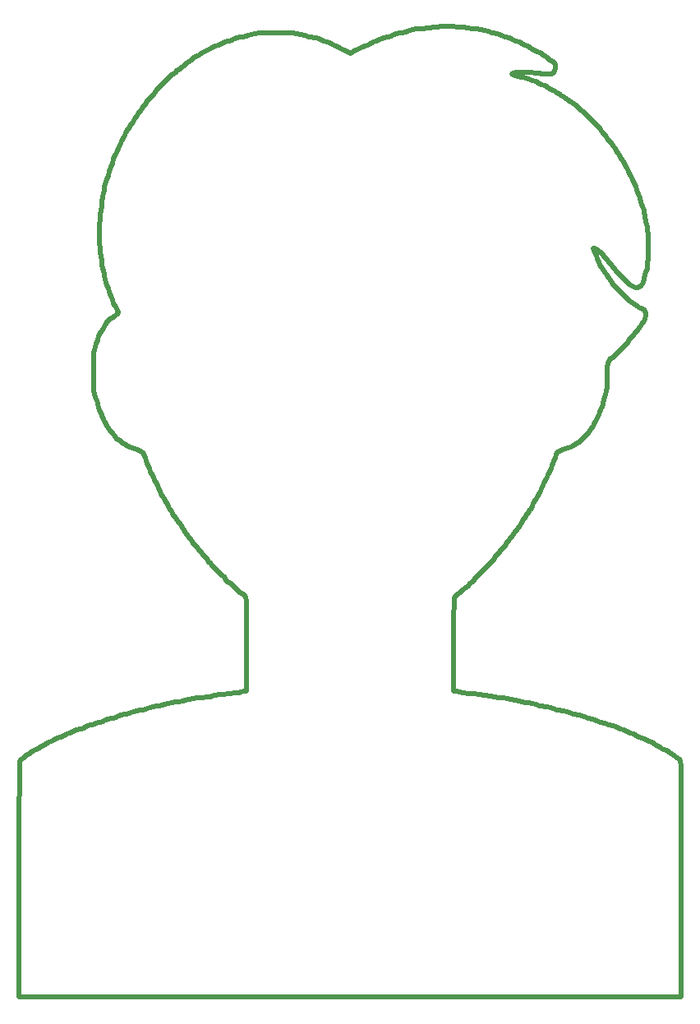
<source format=gbr>
G04 #@! TF.GenerationSoftware,KiCad,Pcbnew,5.1.5-52549c5~84~ubuntu19.10.1*
G04 #@! TF.CreationDate,2020-04-11T07:44:34-07:00*
G04 #@! TF.ProjectId,mask2,6d61736b-322e-46b6-9963-61645f706362,rev?*
G04 #@! TF.SameCoordinates,PX311d3e0PYf3965b70*
G04 #@! TF.FileFunction,Profile,NP*
%FSLAX46Y46*%
G04 Gerber Fmt 4.6, Leading zero omitted, Abs format (unit mm)*
G04 Created by KiCad (PCBNEW 5.1.5-52549c5~84~ubuntu19.10.1) date 2020-04-11 07:44:34*
%MOMM*%
%LPD*%
G04 APERTURE LIST*
%ADD10C,0.500000*%
G04 APERTURE END LIST*
D10*
X2069805Y-101763390D02*
X2069805Y-89613860D01*
X36190476Y-101763390D02*
X2069805Y-101763390D01*
X70310840Y-101763390D02*
X36190476Y-101763390D01*
X70310840Y-89613720D02*
X70310840Y-101763390D01*
X46858130Y-70267660D02*
X47154463Y-70267660D01*
X46858130Y-65441660D02*
X46858130Y-70267660D01*
X70231840Y-77464050D02*
X70256970Y-77939389D01*
X70256970Y-77939389D02*
X70266775Y-78441859D01*
X70266775Y-78441859D02*
X70273632Y-78936759D01*
X70273632Y-78936759D02*
X70279210Y-79447841D01*
X70279210Y-79447841D02*
X70283763Y-79954593D01*
X70283763Y-79954593D02*
X70287726Y-80475912D01*
X70287726Y-80475912D02*
X70291023Y-80980311D01*
X70291023Y-80980311D02*
X70293941Y-81493063D01*
X70293941Y-81493063D02*
X70296431Y-81992590D01*
X70296431Y-81992590D02*
X70298661Y-82499510D01*
X70298661Y-82499510D02*
X70300617Y-83004916D01*
X70300617Y-83004916D02*
X70302336Y-83507262D01*
X70302336Y-83507262D02*
X70303924Y-84037153D01*
X70303924Y-84037153D02*
X70305272Y-84551525D01*
X70305272Y-84551525D02*
X70306419Y-85055687D01*
X70306419Y-85055687D02*
X70307405Y-85556239D01*
X70307405Y-85556239D02*
X70308258Y-86063301D01*
X70308258Y-86063301D02*
X70308974Y-86568829D01*
X70308974Y-86568829D02*
X70309581Y-87088952D01*
X70309581Y-87088952D02*
X70310075Y-87631254D01*
X70310075Y-87631254D02*
X70310440Y-88172882D01*
X70310440Y-88172882D02*
X70310684Y-88710115D01*
X70310684Y-88710115D02*
X70310810Y-89233784D01*
X70310810Y-89233784D02*
X70310840Y-89613720D01*
X70100500Y-77299050D02*
X70231840Y-77464050D01*
X69861970Y-77075270D02*
X70100500Y-77299050D01*
X69548800Y-76871390D02*
X69850414Y-77071432D01*
X69850414Y-77071432D02*
X69861970Y-77075270D01*
X69231300Y-76666120D02*
X69538056Y-76859620D01*
X69538056Y-76859620D02*
X69548800Y-76871390D01*
X69040800Y-76527010D02*
X69231300Y-76666120D01*
X68913800Y-76448011D02*
X69040800Y-76527010D01*
X68786800Y-76373910D02*
X68913800Y-76448011D01*
X68521420Y-76246750D02*
X68786800Y-76373910D01*
X68114240Y-76030170D02*
X68424962Y-76219718D01*
X68424962Y-76219718D02*
X68521420Y-76246750D01*
X67744610Y-75809481D02*
X68068980Y-75985233D01*
X68068980Y-75985233D02*
X68114240Y-76030170D01*
X67516800Y-75676810D02*
X67744610Y-75809481D01*
X67389800Y-75601311D02*
X67516800Y-75676810D01*
X67262800Y-75526110D02*
X67389800Y-75601311D01*
X66966460Y-75395271D02*
X67262800Y-75526110D01*
X66670130Y-75258850D02*
X66966460Y-75395271D01*
X66458460Y-75178051D02*
X66670130Y-75258850D01*
X66246800Y-75097250D02*
X66458460Y-75178051D01*
X65950460Y-74960830D02*
X66246800Y-75097250D01*
X65654130Y-74829991D02*
X65950460Y-74960830D01*
X65527130Y-74754791D02*
X65654130Y-74829991D01*
X65400130Y-74671090D02*
X65527130Y-74754791D01*
X65061460Y-74533270D02*
X65400130Y-74671090D01*
X64722800Y-74405270D02*
X65061460Y-74533270D01*
X64553460Y-74331470D02*
X64722800Y-74405270D01*
X64384130Y-74257670D02*
X64553460Y-74331470D01*
X64045460Y-74129670D02*
X64384130Y-74257670D01*
X63706800Y-73991850D02*
X64045460Y-74129670D01*
X63495130Y-73908150D02*
X63706800Y-73991850D01*
X63283460Y-73831450D02*
X63495130Y-73908150D01*
X62860130Y-73696500D02*
X63256074Y-73800584D01*
X63256074Y-73800584D02*
X63283460Y-73831450D01*
X62436800Y-73569500D02*
X62816339Y-73690115D01*
X62816339Y-73690115D02*
X62860130Y-73696500D01*
X62013460Y-73442500D02*
X62412649Y-73543347D01*
X62412649Y-73543347D02*
X62436800Y-73569500D01*
X61590130Y-73307560D02*
X61963036Y-73435024D01*
X61963036Y-73435024D02*
X62013460Y-73442500D01*
X61378460Y-73230860D02*
X61590130Y-73307560D01*
X61166790Y-73154160D02*
X61378460Y-73230860D01*
X60743460Y-73019210D02*
X61139404Y-73123294D01*
X61139404Y-73123294D02*
X61166790Y-73154160D01*
X60320130Y-72884270D02*
X60693036Y-73011734D01*
X60693036Y-73011734D02*
X60743460Y-73019210D01*
X60066130Y-72807570D02*
X60320130Y-72884270D01*
X59812130Y-72727070D02*
X60066130Y-72807570D01*
X59304130Y-72589140D02*
X59722253Y-72671358D01*
X59722253Y-72671358D02*
X59812130Y-72727070D01*
X58796130Y-72457930D02*
X59181360Y-72573059D01*
X59181360Y-72573059D02*
X59304130Y-72589140D01*
X58499790Y-72384230D02*
X58796130Y-72457930D01*
X58203460Y-72306330D02*
X58499790Y-72384230D01*
X57653130Y-72169470D02*
X58078957Y-72243772D01*
X58078957Y-72243772D02*
X58203460Y-72306330D01*
X57102790Y-72035730D02*
X57491553Y-72148859D01*
X57491553Y-72148859D02*
X57653130Y-72169470D01*
X56806460Y-71960930D02*
X57102790Y-72035730D01*
X56510130Y-71881430D02*
X56806460Y-71960930D01*
X55917460Y-71743490D02*
X56350257Y-71811476D01*
X56350257Y-71811476D02*
X56510130Y-71881430D01*
X55324790Y-71611360D02*
X55717197Y-71719398D01*
X55717197Y-71719398D02*
X55917460Y-71743490D01*
X54943790Y-71537660D02*
X55324790Y-71611360D01*
X54562790Y-71461760D02*
X54943790Y-71537660D01*
X53885460Y-71325950D02*
X54329626Y-71383990D01*
X54329626Y-71383990D02*
X54562790Y-71461760D01*
X53208130Y-71190140D02*
X53605502Y-71294344D01*
X53605502Y-71294344D02*
X53885460Y-71325950D01*
X52784790Y-71114240D02*
X53208130Y-71190140D01*
X52361460Y-71038740D02*
X52784790Y-71114240D01*
X51514790Y-70902600D02*
X51972424Y-70947413D01*
X51972424Y-70947413D02*
X52361460Y-71038740D01*
X50668130Y-70766470D02*
X51077714Y-70860418D01*
X51077714Y-70860418D02*
X51514790Y-70902600D01*
X50117790Y-70690970D02*
X50584228Y-70726541D01*
X50584228Y-70726541D02*
X50668130Y-70766470D01*
X49567460Y-70614870D02*
X49993479Y-70689005D01*
X49993479Y-70689005D02*
X50117790Y-70690970D01*
X48509130Y-70477680D02*
X48976987Y-70512573D01*
X48976987Y-70512573D02*
X49421886Y-70568058D01*
X49421886Y-70568058D02*
X49567460Y-70614870D01*
X47450796Y-70342160D02*
X47869325Y-70425542D01*
X47869325Y-70425542D02*
X48332175Y-70466430D01*
X48332175Y-70466430D02*
X48509130Y-70477680D01*
X47154463Y-70267660D02*
X47450796Y-70342160D01*
X25522473Y-70267510D02*
X25522473Y-65441510D01*
X25226140Y-70267510D02*
X25522473Y-70267510D01*
X46937090Y-60615660D02*
X46899785Y-61079448D01*
X46899785Y-61079448D02*
X46886427Y-61568014D01*
X46886427Y-61568014D02*
X46877515Y-62066507D01*
X46877515Y-62066507D02*
X46871108Y-62568599D01*
X46871108Y-62568599D02*
X46866398Y-63073267D01*
X46866398Y-63073267D02*
X46863020Y-63570684D01*
X46863020Y-63570684D02*
X46860599Y-64079885D01*
X46860599Y-64079885D02*
X46859056Y-64590162D01*
X46859056Y-64590162D02*
X46858278Y-65089720D01*
X46858278Y-65089720D02*
X46858130Y-65441660D01*
X47069795Y-60446330D02*
X46937090Y-60615660D01*
X47257506Y-60277000D02*
X47069795Y-60446330D01*
X47787408Y-59864040D02*
X47529585Y-60106221D01*
X47529585Y-60106221D02*
X47257506Y-60277000D01*
X48367404Y-59392670D02*
X48069577Y-59598067D01*
X48069577Y-59598067D02*
X47809233Y-59841474D01*
X47809233Y-59841474D02*
X47787408Y-59864040D01*
X48551460Y-59172240D02*
X48367404Y-59392670D01*
X48763130Y-58957100D02*
X48551460Y-59172240D01*
X48974790Y-58789070D02*
X48763130Y-58957100D01*
X49564610Y-58160330D02*
X49271200Y-58373144D01*
X49271200Y-58373144D02*
X49041289Y-58645125D01*
X49041289Y-58645125D02*
X48974790Y-58789070D01*
X49652110Y-58069930D02*
X49564610Y-58160330D01*
X49969610Y-57690580D02*
X49724538Y-57946718D01*
X49724538Y-57946718D02*
X49652110Y-58069930D01*
X50371770Y-57313040D02*
X50113355Y-57558625D01*
X50113355Y-57558625D02*
X49969610Y-57690580D01*
X50816270Y-56855060D02*
X50564355Y-57114094D01*
X50564355Y-57114094D02*
X50371770Y-57313040D01*
X51176110Y-56354980D02*
X50984067Y-56667600D01*
X50984067Y-56667600D02*
X50816270Y-56855060D01*
X51341110Y-56171990D02*
X51176110Y-56354980D01*
X51558480Y-55954620D02*
X51341110Y-56171990D01*
X51689810Y-55789610D02*
X51558480Y-55954620D01*
X51768810Y-55693810D02*
X51689810Y-55789610D01*
X52065150Y-55318490D02*
X51827610Y-55581224D01*
X51827610Y-55581224D02*
X51768810Y-55693810D01*
X52361480Y-54952510D02*
X52143394Y-55241618D01*
X52143394Y-55241618D02*
X52065150Y-55318490D01*
X52563000Y-54664490D02*
X52361480Y-54952510D01*
X52821330Y-54283970D02*
X52628371Y-54593057D01*
X52628371Y-54593057D02*
X52563000Y-54664490D01*
X53043140Y-54052600D02*
X52821330Y-54283970D01*
X53208150Y-53848460D02*
X53043140Y-54052600D01*
X53414720Y-53541570D02*
X53208778Y-53836118D01*
X53208778Y-53836118D02*
X53208150Y-53848460D01*
X53670330Y-53191040D02*
X53471985Y-53492721D01*
X53471985Y-53492721D02*
X53414720Y-53541570D01*
X53802430Y-52995640D02*
X53670330Y-53191040D01*
X53885530Y-52868640D02*
X53802430Y-52995640D01*
X53970230Y-52741640D02*
X53885530Y-52868640D01*
X54054930Y-52569650D02*
X53970230Y-52741640D01*
X54181930Y-52348930D02*
X54054930Y-52569650D01*
X54308930Y-52182250D02*
X54181930Y-52348930D01*
X54387930Y-52064310D02*
X54308930Y-52182250D01*
X54527040Y-51873810D02*
X54387930Y-52064310D01*
X54744250Y-51546520D02*
X54538639Y-51841678D01*
X54538639Y-51841678D02*
X54527040Y-51873810D01*
X54954390Y-51144350D02*
X54797538Y-51488435D01*
X54797538Y-51488435D02*
X54744250Y-51546520D01*
X55081550Y-50878980D02*
X54954390Y-51144350D01*
X55155650Y-50751980D02*
X55081550Y-50878980D01*
X55238750Y-50624980D02*
X55155650Y-50751980D01*
X55374930Y-50413310D02*
X55238750Y-50624980D01*
X55503550Y-50201640D02*
X55374930Y-50413310D01*
X55579050Y-50074640D02*
X55503550Y-50201640D01*
X55654350Y-49947640D02*
X55579050Y-50074640D01*
X55785180Y-49651310D02*
X55654350Y-49947640D01*
X55917770Y-49354980D02*
X55785180Y-49651310D01*
X56050360Y-49058640D02*
X55917770Y-49354980D01*
X56181190Y-48762310D02*
X56050360Y-49058640D01*
X56256390Y-48635310D02*
X56181190Y-48762310D01*
X56337190Y-48508310D02*
X56256390Y-48635310D01*
X56473610Y-48211980D02*
X56337190Y-48508310D01*
X56604450Y-47915640D02*
X56473610Y-48211980D01*
X56679650Y-47788640D02*
X56604450Y-47915640D01*
X56753450Y-47661640D02*
X56679650Y-47788640D01*
X56881450Y-47322980D02*
X56753450Y-47661640D01*
X57019270Y-46984310D02*
X56881450Y-47322980D01*
X57102970Y-46772640D02*
X57019270Y-46984310D01*
X57186670Y-46560980D02*
X57102970Y-46772640D01*
X57324490Y-46222310D02*
X57186670Y-46560980D01*
X57452490Y-45883640D02*
X57324490Y-46222310D01*
X57526390Y-45723370D02*
X57452490Y-45883640D01*
X57956650Y-45460310D02*
X57576929Y-45580643D01*
X57576929Y-45580643D02*
X57526390Y-45723370D01*
X58119050Y-45375610D02*
X57956650Y-45460310D01*
X58373050Y-45290910D02*
X58119050Y-45375610D01*
X58627050Y-45215610D02*
X58373050Y-45290910D01*
X58923390Y-45084780D02*
X58627050Y-45215610D01*
X59219720Y-44948350D02*
X58923390Y-45084780D01*
X59346720Y-44867550D02*
X59219720Y-44948350D01*
X59473720Y-44788550D02*
X59346720Y-44867550D01*
X59657320Y-44651320D02*
X59473720Y-44788550D01*
X60695490Y-43616110D02*
X60493728Y-43916213D01*
X60493728Y-43916213D02*
X60253629Y-44176732D01*
X60253629Y-44176732D02*
X59993211Y-44420383D01*
X59993211Y-44420383D02*
X59703998Y-44631483D01*
X59703998Y-44631483D02*
X59657320Y-44651320D01*
X60917390Y-43384470D02*
X60695490Y-43616110D01*
X61082390Y-43165820D02*
X60917390Y-43384470D01*
X61209390Y-42950800D02*
X61082390Y-43165820D01*
X61336390Y-42741790D02*
X61209390Y-42950800D01*
X61414290Y-42581510D02*
X61336390Y-42741790D01*
X61548020Y-42327510D02*
X61414290Y-42581510D01*
X61672320Y-42073510D02*
X61548020Y-42327510D01*
X61796430Y-41777180D02*
X61672320Y-42073510D01*
X61932850Y-41480850D02*
X61796430Y-41777180D01*
X62013650Y-41269180D02*
X61932850Y-41480850D01*
X62090350Y-41057510D02*
X62013650Y-41269180D01*
X62225300Y-40634180D02*
X62121175Y-41030132D01*
X62121175Y-41030132D02*
X62090350Y-41057510D01*
X62360240Y-40210850D02*
X62232723Y-40584096D01*
X62232723Y-40584096D02*
X62225300Y-40634180D01*
X62436940Y-39963900D02*
X62360240Y-40210850D01*
X62532240Y-39685190D02*
X62436940Y-39963900D01*
X62671310Y-37902000D02*
X62657117Y-38388923D01*
X62657117Y-38388923D02*
X62637263Y-38870244D01*
X62637263Y-38870244D02*
X62605599Y-39338973D01*
X62605599Y-39338973D02*
X62532240Y-39685190D01*
X62886000Y-36096340D02*
X62728425Y-36440307D01*
X62728425Y-36440307D02*
X62700072Y-36912557D01*
X62700072Y-36912557D02*
X62684403Y-37399100D01*
X62684403Y-37399100D02*
X62671552Y-37892271D01*
X62671552Y-37892271D02*
X62671310Y-37902000D01*
X64976930Y-34035580D02*
X64757139Y-34318848D01*
X64757139Y-34318848D02*
X64514962Y-34577773D01*
X64514962Y-34577773D02*
X64266798Y-34832247D01*
X64266798Y-34832247D02*
X64014993Y-35083573D01*
X64014993Y-35083573D02*
X63759748Y-35332417D01*
X63759748Y-35332417D02*
X63499535Y-35579654D01*
X63499535Y-35579654D02*
X63236999Y-35820136D01*
X63236999Y-35820136D02*
X62963961Y-36048789D01*
X62963961Y-36048789D02*
X62886000Y-36096340D01*
X65055930Y-33945480D02*
X64976930Y-34035580D01*
X65187260Y-33780480D02*
X65055930Y-33945480D01*
X65404630Y-33563110D02*
X65187260Y-33780480D01*
X65569630Y-33358970D02*
X65404630Y-33563110D01*
X65781300Y-33048250D02*
X65571293Y-33338698D01*
X65571293Y-33338698D02*
X65569630Y-33358970D01*
X65992970Y-32786240D02*
X65781300Y-33048250D01*
X66194480Y-32481660D02*
X65993248Y-32780515D01*
X65993248Y-32780515D02*
X65992970Y-32786240D01*
X66454190Y-32096810D02*
X66262966Y-32406390D01*
X66262966Y-32406390D02*
X66194480Y-32481660D01*
X66591340Y-31913480D02*
X66454190Y-32096810D01*
X66670340Y-31532480D02*
X66591340Y-31913480D01*
X66116110Y-30777070D02*
X66454239Y-30939092D01*
X66454239Y-30939092D02*
X66640236Y-31255069D01*
X66640236Y-31255069D02*
X66670340Y-31532480D01*
X65744020Y-30565260D02*
X66052526Y-30757419D01*
X66052526Y-30757419D02*
X66116110Y-30777070D01*
X65421510Y-30353560D02*
X65728146Y-30548027D01*
X65728146Y-30548027D02*
X65744020Y-30565260D01*
X65231010Y-30214440D02*
X65421510Y-30353560D01*
X65141410Y-30135440D02*
X65231010Y-30214440D01*
X63283660Y-28316460D02*
X63512775Y-28588165D01*
X63512775Y-28588165D02*
X63762698Y-28846517D01*
X63762698Y-28846517D02*
X64014599Y-29099048D01*
X64014599Y-29099048D02*
X64270749Y-29350536D01*
X64270749Y-29350536D02*
X64525580Y-29595790D01*
X64525580Y-29595790D02*
X64784535Y-29838630D01*
X64784535Y-29838630D02*
X65050260Y-30073538D01*
X65050260Y-30073538D02*
X65141410Y-30135440D01*
X62966160Y-27894890D02*
X63196709Y-28164772D01*
X63196709Y-28164772D02*
X63283660Y-28316460D01*
X62860330Y-27686160D02*
X62966160Y-27894890D01*
X62781330Y-27595460D02*
X62860330Y-27686160D01*
X62642220Y-27404960D02*
X62781330Y-27595460D01*
X62436960Y-27087460D02*
X62636612Y-27388405D01*
X62636612Y-27388405D02*
X62642220Y-27404960D01*
X62231690Y-26769960D02*
X62425421Y-27076946D01*
X62425421Y-27076946D02*
X62436960Y-27087460D01*
X62092580Y-26579460D02*
X62231690Y-26769960D01*
X62013580Y-26452460D02*
X62092580Y-26579460D01*
X61932780Y-26325460D02*
X62013580Y-26452460D01*
X61796360Y-26029130D02*
X61932780Y-26325460D01*
X61666520Y-25732800D02*
X61796360Y-26029130D01*
X61538120Y-25394130D02*
X61666520Y-25732800D01*
X61410120Y-25055460D02*
X61538120Y-25394130D01*
X61336320Y-24850850D02*
X61410120Y-25055460D01*
X61230480Y-24597630D02*
X61336320Y-24850850D01*
X61336320Y-24602630D02*
X61230480Y-24597630D01*
X61674990Y-24801400D02*
X61364917Y-24610841D01*
X61364917Y-24610841D02*
X61336320Y-24602630D01*
X61988150Y-25005290D02*
X61683051Y-24810334D01*
X61683051Y-24810334D02*
X61674990Y-24801400D01*
X62231710Y-25244860D02*
X61988150Y-25005290D01*
X62574700Y-25695030D02*
X62339419Y-25429378D01*
X62339419Y-25429378D02*
X62231710Y-25244860D01*
X62860320Y-26060230D02*
X62650116Y-25769573D01*
X62650116Y-25769573D02*
X62574700Y-25695030D01*
X62939320Y-26156030D02*
X62860320Y-26060230D01*
X63070650Y-26321030D02*
X62939320Y-26156030D01*
X63288020Y-26538400D02*
X63070650Y-26321030D01*
X63453030Y-26719130D02*
X63288020Y-26538400D01*
X64345900Y-27736040D02*
X64095584Y-27481775D01*
X64095584Y-27481775D02*
X63850927Y-27221788D01*
X63850927Y-27221788D02*
X63615991Y-26955011D01*
X63615991Y-26955011D02*
X63453030Y-26719130D01*
X65599180Y-28638540D02*
X65208269Y-28528075D01*
X65208269Y-28528075D02*
X64930055Y-28303387D01*
X64930055Y-28303387D02*
X64670104Y-28056401D01*
X64670104Y-28056401D02*
X64417580Y-27807318D01*
X64417580Y-27807318D02*
X64345900Y-27736040D01*
X66465650Y-27772490D02*
X66362189Y-28172139D01*
X66362189Y-28172139D02*
X66156162Y-28466286D01*
X66156162Y-28466286D02*
X65813970Y-28625357D01*
X65813970Y-28625357D02*
X65599180Y-28638540D01*
X66596600Y-27341360D02*
X66473394Y-27718453D01*
X66473394Y-27718453D02*
X66465650Y-27772490D01*
X66670400Y-27052080D02*
X66596600Y-27341360D01*
X66776230Y-26727520D02*
X66670400Y-27052080D01*
X66776230Y-22282530D02*
X66846898Y-22714356D01*
X66846898Y-22714356D02*
X66870803Y-23192704D01*
X66870803Y-23192704D02*
X66883885Y-23681364D01*
X66883885Y-23681364D02*
X66890243Y-24176253D01*
X66890243Y-24176253D02*
X66891066Y-24681862D01*
X66891066Y-24681862D02*
X66886389Y-25182377D01*
X66886389Y-25182377D02*
X66875453Y-25675873D01*
X66875453Y-25675873D02*
X66855552Y-26157120D01*
X66855552Y-26157120D02*
X66813805Y-26616583D01*
X66813805Y-26616583D02*
X66776230Y-26727520D01*
X66670400Y-21830970D02*
X66744254Y-22257659D01*
X66744254Y-22257659D02*
X66776230Y-22282530D01*
X66595600Y-21414690D02*
X66670400Y-21830970D01*
X66461860Y-20864360D02*
X66535294Y-21291241D01*
X66535294Y-21291241D02*
X66595600Y-21414690D01*
X66324990Y-20314030D02*
X66440465Y-20698564D01*
X66440465Y-20698564D02*
X66461860Y-20864360D01*
X66247090Y-20102360D02*
X66324990Y-20314030D01*
X66170390Y-19890690D02*
X66247090Y-20102360D01*
X66035450Y-19467360D02*
X66139523Y-19863312D01*
X66139523Y-19863312D02*
X66170390Y-19890690D01*
X65900500Y-19044030D02*
X66027967Y-19416944D01*
X66027967Y-19416944D02*
X66035450Y-19467360D01*
X65823800Y-18832360D02*
X65900500Y-19044030D01*
X65740100Y-18620690D02*
X65823800Y-18832360D01*
X65602270Y-18282030D02*
X65740100Y-18620690D01*
X65474270Y-17943360D02*
X65602270Y-18282030D01*
X65400470Y-17774030D02*
X65474270Y-17943360D01*
X65322570Y-17604690D02*
X65400470Y-17774030D01*
X65188840Y-17350690D02*
X65322570Y-17604690D01*
X65055110Y-17096690D02*
X65188840Y-17350690D01*
X64977210Y-16927360D02*
X65055110Y-17096690D01*
X64899310Y-16758030D02*
X64977210Y-16927360D01*
X64765580Y-16504030D02*
X64899310Y-16758030D01*
X64631850Y-16250030D02*
X64765580Y-16504030D01*
X64553950Y-16080690D02*
X64631850Y-16250030D01*
X64478450Y-15911360D02*
X64553950Y-16080690D01*
X64349840Y-15699690D02*
X64478450Y-15911360D01*
X64213660Y-15488030D02*
X64349840Y-15699690D01*
X64130560Y-15361030D02*
X64213660Y-15488030D01*
X64055060Y-15234030D02*
X64130560Y-15361030D01*
X63926450Y-15022360D02*
X64055060Y-15234030D01*
X63790270Y-14810690D02*
X63926450Y-15022360D01*
X63707170Y-14683690D02*
X63790270Y-14810690D01*
X63628170Y-14556690D02*
X63707170Y-14683690D01*
X63489060Y-14366190D02*
X63628170Y-14556690D01*
X63283800Y-14048690D02*
X63483454Y-14349635D01*
X63483454Y-14349635D02*
X63489060Y-14366190D01*
X63079920Y-13735520D02*
X63274866Y-14040629D01*
X63274866Y-14040629D02*
X63283800Y-14048690D01*
X62856140Y-13496990D02*
X63079920Y-13735520D01*
X62691140Y-13310210D02*
X62856140Y-13496990D01*
X62352470Y-12853640D02*
X62589849Y-13118225D01*
X62589849Y-13118225D02*
X62691140Y-13310210D01*
X62013800Y-12442530D02*
X62229564Y-12730632D01*
X62229564Y-12730632D02*
X62352470Y-12853640D01*
X59663810Y-10118256D02*
X59946383Y-10336027D01*
X59946383Y-10336027D02*
X60210444Y-10575244D01*
X60210444Y-10575244D02*
X60468818Y-10818695D01*
X60468818Y-10818695D02*
X60727676Y-11068615D01*
X60727676Y-11068615D02*
X60979652Y-11316706D01*
X60979652Y-11316706D02*
X61230287Y-11568189D01*
X61230287Y-11568189D02*
X61477946Y-11822217D01*
X61477946Y-11822217D02*
X61720844Y-12079505D01*
X61720844Y-12079505D02*
X61954262Y-12346730D01*
X61954262Y-12346730D02*
X62013800Y-12442530D01*
X59430160Y-9895893D02*
X59663810Y-10118256D01*
X59171830Y-9679379D02*
X59430160Y-9895893D01*
X58965800Y-9557888D02*
X59171830Y-9679379D01*
X58782470Y-9429919D02*
X58965800Y-9557888D01*
X58397620Y-9170213D02*
X58684368Y-9385441D01*
X58684368Y-9385441D02*
X58782470Y-9429919D01*
X58104050Y-8968694D02*
X58397620Y-9170213D01*
X57875070Y-8811472D02*
X58104050Y-8968694D01*
X57526470Y-8587694D02*
X57839354Y-8774890D01*
X57839354Y-8774890D02*
X57875070Y-8811472D01*
X57178010Y-8364074D02*
X57474558Y-8568363D01*
X57474558Y-8568363D02*
X57526470Y-8587694D01*
X56775840Y-8153935D02*
X57119920Y-8310787D01*
X57119920Y-8310787D02*
X57178010Y-8364074D01*
X56510470Y-8026777D02*
X56775840Y-8153935D01*
X56383470Y-7952697D02*
X56510470Y-8026777D01*
X56256470Y-7869027D02*
X56383470Y-7952697D01*
X55917800Y-7731206D02*
X56256470Y-7869027D01*
X55579130Y-7603205D02*
X55917800Y-7731206D01*
X55452130Y-7529365D02*
X55579130Y-7603205D01*
X55325130Y-7454315D02*
X55452130Y-7529365D01*
X54944130Y-7322128D02*
X55322128Y-7444461D01*
X55322128Y-7444461D02*
X55325130Y-7454315D01*
X54563130Y-7185514D02*
X54930066Y-7319968D01*
X54930066Y-7319968D02*
X54944130Y-7322128D01*
X54316190Y-7106034D02*
X54563130Y-7185514D01*
X54040610Y-7020124D02*
X54316190Y-7106034D01*
X53440890Y-6880881D02*
X53873172Y-6948690D01*
X53873172Y-6948690D02*
X54040610Y-7020124D01*
X52869800Y-6670462D02*
X53189371Y-6853450D01*
X53189371Y-6853450D02*
X53440890Y-6880881D01*
X54309130Y-6513372D02*
X53809557Y-6514350D01*
X53809557Y-6514350D02*
X53317350Y-6522171D01*
X53317350Y-6522171D02*
X52891210Y-6596723D01*
X52891210Y-6596723D02*
X52869800Y-6670462D01*
X55748470Y-6598042D02*
X55311783Y-6532727D01*
X55311783Y-6532727D02*
X54826265Y-6517428D01*
X54826265Y-6517428D02*
X54325293Y-6513377D01*
X54325293Y-6513377D02*
X54309130Y-6513372D01*
X56382500Y-6682712D02*
X55909116Y-6656060D01*
X55909116Y-6656060D02*
X55748470Y-6598042D01*
X57357130Y-5999517D02*
X57283145Y-6427050D01*
X57283145Y-6427050D02*
X56987937Y-6632037D01*
X56987937Y-6632037D02*
X56536796Y-6680981D01*
X56536796Y-6680981D02*
X56382500Y-6682712D01*
X56778350Y-5191121D02*
X57120777Y-5349000D01*
X57120777Y-5349000D02*
X57312457Y-5657695D01*
X57312457Y-5657695D02*
X57357130Y-5999517D01*
X56464930Y-4979296D02*
X56761760Y-5187555D01*
X56761760Y-5187555D02*
X56778350Y-5191121D01*
X56248110Y-4820045D02*
X56464930Y-4979296D01*
X56033090Y-4693045D02*
X56248110Y-4820045D01*
X55866410Y-4566045D02*
X56033090Y-4693045D01*
X55748470Y-4490805D02*
X55866410Y-4566045D01*
X55452130Y-4359969D02*
X55748470Y-4490805D01*
X55155800Y-4225159D02*
X55452130Y-4359969D01*
X54944130Y-4092817D02*
X55155800Y-4225159D01*
X54732470Y-3964204D02*
X54944130Y-4092817D01*
X54605470Y-3888714D02*
X54732470Y-3964204D01*
X54478470Y-3813474D02*
X54605470Y-3888714D01*
X54182130Y-3682637D02*
X54478470Y-3813474D01*
X53885800Y-3546215D02*
X54182130Y-3682637D01*
X53758800Y-3465385D02*
X53885800Y-3546215D01*
X53631800Y-3390335D02*
X53758800Y-3465385D01*
X53250800Y-3258147D02*
X53628798Y-3380481D01*
X53628798Y-3380481D02*
X53631800Y-3390335D01*
X52869800Y-3121534D02*
X53236736Y-3255987D01*
X53236736Y-3255987D02*
X53250800Y-3258147D01*
X52742800Y-3042054D02*
X52869800Y-3121534D01*
X52615800Y-2965334D02*
X52742800Y-3042054D01*
X52192470Y-2830389D02*
X52588414Y-2934494D01*
X52588414Y-2934494D02*
X52615800Y-2965334D01*
X51769130Y-2695444D02*
X52142045Y-2822913D01*
X52142045Y-2822913D02*
X52192470Y-2830389D01*
X51557470Y-2618724D02*
X51769130Y-2695444D01*
X51345800Y-2540144D02*
X51557470Y-2618724D01*
X50880130Y-2403389D02*
X51288363Y-2495286D01*
X51288363Y-2495286D02*
X51345800Y-2540144D01*
X50414470Y-2270296D02*
X50793694Y-2391289D01*
X50793694Y-2391289D02*
X50880130Y-2403389D01*
X50040520Y-2195386D02*
X50414470Y-2270296D01*
X49638360Y-2112366D02*
X50040520Y-2195386D01*
X48742300Y-1972639D02*
X49202345Y-2014886D01*
X49202345Y-2014886D02*
X49620458Y-2097193D01*
X49620458Y-2097193D02*
X49638360Y-2112366D01*
X47874469Y-1843993D02*
X48286483Y-1932066D01*
X48286483Y-1932066D02*
X48742300Y-1972639D01*
X46265802Y-1772053D02*
X46765125Y-1775626D01*
X46765125Y-1775626D02*
X47255512Y-1787384D01*
X47255512Y-1787384D02*
X47728744Y-1814162D01*
X47728744Y-1814162D02*
X47874469Y-1843993D01*
X44657135Y-1844293D02*
X45112720Y-1794050D01*
X45112720Y-1794050D02*
X45597574Y-1778625D01*
X45597574Y-1778625D02*
X46094353Y-1772465D01*
X46094353Y-1772465D02*
X46265802Y-1772053D01*
X43662302Y-1975581D02*
X44126874Y-1939595D01*
X44126874Y-1939595D02*
X44567015Y-1879606D01*
X44567015Y-1879606D02*
X44657135Y-1844293D01*
X42639246Y-2115006D02*
X43053286Y-2027955D01*
X43053286Y-2027955D02*
X43512540Y-1985366D01*
X43512540Y-1985366D02*
X43662302Y-1975581D01*
X42364080Y-2195386D02*
X42639246Y-2115006D01*
X42117135Y-2271456D02*
X42364080Y-2195386D01*
X41524468Y-2407049D02*
X41957263Y-2339352D01*
X41957263Y-2339352D02*
X42117135Y-2271456D01*
X40931801Y-2542642D02*
X41322078Y-2431973D01*
X41322078Y-2431973D02*
X41524468Y-2407049D01*
X40720135Y-2618712D02*
X40931801Y-2542642D01*
X40508468Y-2695432D02*
X40720135Y-2618712D01*
X40085135Y-2830377D02*
X40481082Y-2726279D01*
X40481082Y-2726279D02*
X40508468Y-2695432D01*
X39661801Y-2965322D02*
X40036035Y-2837649D01*
X40036035Y-2837649D02*
X40085135Y-2830377D01*
X39450135Y-3042042D02*
X39661801Y-2965322D01*
X39238468Y-3125712D02*
X39450135Y-3042042D01*
X38899801Y-3263533D02*
X39238468Y-3125712D01*
X38561134Y-3391534D02*
X38899801Y-3263533D01*
X38434134Y-3465384D02*
X38561134Y-3391534D01*
X38307134Y-3546214D02*
X38434134Y-3465384D01*
X38010801Y-3682636D02*
X38307134Y-3546214D01*
X37714468Y-3813473D02*
X38010801Y-3682636D01*
X37502801Y-3888713D02*
X37714468Y-3813473D01*
X37291134Y-3966653D02*
X37502801Y-3888713D01*
X37037134Y-4100381D02*
X37291134Y-3966653D01*
X36783134Y-4234108D02*
X37037134Y-4100381D01*
X36618008Y-4312048D02*
X36783134Y-4234108D01*
X36359094Y-4460215D02*
X36618008Y-4312048D01*
X36221725Y-4505225D02*
X36359094Y-4460215D01*
X35887972Y-4347635D02*
X36221725Y-4505225D01*
X35597801Y-4224682D02*
X35887972Y-4347635D01*
X35343801Y-4100378D02*
X35597801Y-4224682D01*
X35089801Y-3966650D02*
X35343801Y-4100378D01*
X34920467Y-3888710D02*
X35089801Y-3966650D01*
X34751134Y-3810770D02*
X34920467Y-3888710D01*
X34497134Y-3677043D02*
X34751134Y-3810770D01*
X34243134Y-3543316D02*
X34497134Y-3677043D01*
X34031467Y-3465376D02*
X34243134Y-3543316D01*
X33819801Y-3388156D02*
X34031467Y-3465376D01*
X33481134Y-3253714D02*
X33819801Y-3388156D01*
X33142467Y-3119272D02*
X33481134Y-3253714D01*
X32930800Y-3042052D02*
X33142467Y-3119272D01*
X32719134Y-2965982D02*
X32930800Y-3042052D01*
X32126467Y-2830389D02*
X32559262Y-2898094D01*
X32559262Y-2898094D02*
X32719134Y-2965982D01*
X31533800Y-2694796D02*
X31924077Y-2805472D01*
X31924077Y-2805472D02*
X32126467Y-2830389D01*
X31117522Y-2618726D02*
X31533800Y-2694796D01*
X30665965Y-2512892D02*
X31061211Y-2618061D01*
X31061211Y-2618061D02*
X31117522Y-2618726D01*
X26388997Y-2516792D02*
X26820248Y-2446291D01*
X26820248Y-2446291D02*
X27302270Y-2422266D01*
X27302270Y-2422266D02*
X27789695Y-2409352D01*
X27789695Y-2409352D02*
X28284923Y-2403240D01*
X28284923Y-2403240D02*
X28790050Y-2402892D01*
X28790050Y-2402892D02*
X29287913Y-2408394D01*
X29287913Y-2408394D02*
X29779772Y-2420957D01*
X29779772Y-2420957D02*
X30258901Y-2444854D01*
X30258901Y-2444854D02*
X30665965Y-2512892D01*
X26023411Y-2618717D02*
X26388997Y-2516792D01*
X25691800Y-2694787D02*
X26023411Y-2618717D01*
X25099133Y-2830380D02*
X25531928Y-2762683D01*
X25531928Y-2762683D02*
X25691800Y-2694787D01*
X24506466Y-2965973D02*
X24896743Y-2855304D01*
X24896743Y-2855304D02*
X25099133Y-2830380D01*
X24294799Y-3042043D02*
X24506466Y-2965973D01*
X24083133Y-3118763D02*
X24294799Y-3042043D01*
X23659799Y-3253708D02*
X24055747Y-3149610D01*
X24055747Y-3149610D02*
X24083133Y-3118763D01*
X23236466Y-3388653D02*
X23610699Y-3260980D01*
X23610699Y-3260980D02*
X23659799Y-3253708D01*
X23109466Y-3465373D02*
X23236466Y-3388653D01*
X22982466Y-3539223D02*
X23109466Y-3465373D01*
X22643799Y-3667224D02*
X22982466Y-3539223D01*
X22305133Y-3805045D02*
X22643799Y-3667224D01*
X22135799Y-3888715D02*
X22305133Y-3805045D01*
X21966466Y-3966655D02*
X22135799Y-3888715D01*
X21712466Y-4100383D02*
X21966466Y-3966655D01*
X21458466Y-4230273D02*
X21712466Y-4100383D01*
X21165020Y-4359427D02*
X21458466Y-4230273D01*
X20823847Y-4564848D02*
X21126809Y-4367555D01*
X21126809Y-4367555D02*
X21165020Y-4359427D01*
X20513255Y-4767792D02*
X20820355Y-4574339D01*
X20820355Y-4574339D02*
X20823847Y-4564848D01*
X20113593Y-4977429D02*
X20430025Y-4790178D01*
X20430025Y-4790178D02*
X20513255Y-4767792D01*
X19790630Y-5193269D02*
X20094978Y-4997583D01*
X20094978Y-4997583D02*
X20113593Y-4977429D01*
X19552091Y-5417047D02*
X19790630Y-5193269D01*
X19347953Y-5582049D02*
X19552091Y-5417047D01*
X19037229Y-5793716D02*
X19327674Y-5583719D01*
X19327674Y-5583719D02*
X19347953Y-5582049D01*
X18774641Y-6005383D02*
X19037229Y-5793716D01*
X18335710Y-6344049D02*
X18600619Y-6106674D01*
X18600619Y-6106674D02*
X18774641Y-6005383D01*
X17947865Y-6682716D02*
X18222621Y-6455315D01*
X18222621Y-6455315D02*
X18335710Y-6344049D01*
X17538577Y-7004271D02*
X17800300Y-6764532D01*
X17800300Y-6764532D02*
X17947865Y-6682716D01*
X17326911Y-7215938D02*
X17538577Y-7004271D01*
X17115244Y-7427604D02*
X17326911Y-7215938D01*
X16903577Y-7639271D02*
X17115244Y-7427604D01*
X16691911Y-7849528D02*
X16903577Y-7639271D01*
X16282573Y-8280682D02*
X16536610Y-8013631D01*
X16536610Y-8013631D02*
X16691911Y-7849528D01*
X15918409Y-8781706D02*
X16114295Y-8474705D01*
X16114295Y-8474705D02*
X16282573Y-8280682D01*
X15701132Y-9011050D02*
X15918409Y-8781706D01*
X15488090Y-9227047D02*
X15701132Y-9011050D01*
X15356759Y-9392050D02*
X15488090Y-9227047D01*
X15277799Y-9480760D02*
X15356759Y-9392050D01*
X15066132Y-9765636D02*
X15277799Y-9480760D01*
X14854466Y-10019166D02*
X15066132Y-9765636D01*
X14536966Y-10447275D02*
X14768074Y-10176264D01*
X14768074Y-10176264D02*
X14854466Y-10019166D01*
X14431133Y-10656003D02*
X14536966Y-10447275D01*
X14352172Y-10746713D02*
X14431133Y-10656003D01*
X14213060Y-10937213D02*
X14352172Y-10746713D01*
X14007800Y-11254710D02*
X14207453Y-10953777D01*
X14207453Y-10953777D02*
X14213060Y-10937213D01*
X13796133Y-11593380D02*
X13982598Y-11278928D01*
X13982598Y-11278928D02*
X14007800Y-11254710D01*
X13584467Y-11932050D02*
X13784074Y-11627691D01*
X13784074Y-11627691D02*
X13796133Y-11593380D01*
X13379206Y-12249550D02*
X13572692Y-11942793D01*
X13572692Y-11942793D02*
X13584467Y-11932050D01*
X13240095Y-12440050D02*
X13379206Y-12249550D01*
X13161135Y-12567050D02*
X13240095Y-12440050D01*
X13085885Y-12694050D02*
X13161135Y-12567050D01*
X12955049Y-12990380D02*
X13085885Y-12694050D01*
X12818627Y-13286710D02*
X12955049Y-12990380D01*
X12737797Y-13413710D02*
X12818627Y-13286710D01*
X12662557Y-13540710D02*
X12737797Y-13413710D01*
X12531721Y-13837050D02*
X12662557Y-13540710D01*
X12395298Y-14133380D02*
X12531721Y-13837050D01*
X12314468Y-14345050D02*
X12395298Y-14133380D01*
X12236528Y-14556710D02*
X12314468Y-14345050D01*
X12102800Y-14810710D02*
X12236528Y-14556710D01*
X11969072Y-15064710D02*
X12102800Y-14810710D01*
X11891132Y-15234050D02*
X11969072Y-15064710D01*
X11814412Y-15403380D02*
X11891132Y-15234050D01*
X11679467Y-15826710D02*
X11783565Y-15430766D01*
X11783565Y-15430766D02*
X11814412Y-15403380D01*
X11544522Y-16250050D02*
X11672195Y-15875810D01*
X11672195Y-15875810D02*
X11679467Y-15826710D01*
X11467802Y-16461710D02*
X11544522Y-16250050D01*
X11391082Y-16673380D02*
X11467802Y-16461710D01*
X11256136Y-17096710D02*
X11360235Y-16700766D01*
X11360235Y-16700766D02*
X11391082Y-16673380D01*
X11121191Y-17520050D02*
X11248864Y-17145810D01*
X11248864Y-17145810D02*
X11256136Y-17096710D01*
X11044471Y-17774050D02*
X11121191Y-17520050D01*
X10967031Y-18028050D02*
X11044471Y-17774050D01*
X10830083Y-18663050D02*
X10892675Y-18224811D01*
X10892675Y-18224811D02*
X10967031Y-18028050D01*
X10702996Y-19298050D02*
X10803303Y-18897543D01*
X10803303Y-18897543D02*
X10830083Y-18663050D01*
X10575050Y-20229380D02*
X10613890Y-19767973D01*
X10613890Y-19767973D02*
X10681618Y-19335536D01*
X10681618Y-19335536D02*
X10702996Y-19298050D01*
X10440914Y-21160710D02*
X10528854Y-20748000D01*
X10528854Y-20748000D02*
X10571086Y-20288226D01*
X10571086Y-20288226D02*
X10575050Y-20229380D01*
X10367144Y-23108050D02*
X10369598Y-22610150D01*
X10369598Y-22610150D02*
X10377516Y-22115363D01*
X10377516Y-22115363D02*
X10393208Y-21625632D01*
X10393208Y-21625632D02*
X10434878Y-21167213D01*
X10434878Y-21167213D02*
X10440914Y-21160710D01*
X10439314Y-25055380D02*
X10393100Y-24600849D01*
X10393100Y-24600849D02*
X10377572Y-24113327D01*
X10377572Y-24113327D02*
X10369696Y-23620812D01*
X10369696Y-23620812D02*
X10367144Y-23108050D01*
X10569289Y-25877720D02*
X10524791Y-25419795D01*
X10524791Y-25419795D02*
X10439314Y-25055380D01*
X10695968Y-26745560D02*
X10611401Y-26328406D01*
X10611401Y-26328406D02*
X10569289Y-25877720D01*
X10822923Y-27299050D02*
X10748271Y-26872464D01*
X10748271Y-26872464D02*
X10695968Y-26745560D01*
X10962741Y-27835270D02*
X10843955Y-27451718D01*
X10843955Y-27451718D02*
X10822923Y-27299050D01*
X11044481Y-28152770D02*
X10962741Y-27835270D01*
X11118321Y-28442050D02*
X11044481Y-28152770D01*
X11246322Y-28780710D02*
X11118321Y-28442050D01*
X11384143Y-29119380D02*
X11246322Y-28780710D01*
X11467813Y-29331050D02*
X11384143Y-29119380D01*
X11547293Y-29542710D02*
X11467813Y-29331050D01*
X11683906Y-29923710D02*
X11560151Y-29547214D01*
X11560151Y-29547214D02*
X11547293Y-29542710D01*
X11816094Y-30304710D02*
X11685609Y-29934880D01*
X11685609Y-29934880D02*
X11683906Y-29923710D01*
X11891144Y-30431710D02*
X11816094Y-30304710D01*
X11969084Y-30558710D02*
X11891144Y-30431710D01*
X12102812Y-30812710D02*
X11969084Y-30558710D01*
X12236540Y-31066710D02*
X12102812Y-30812710D01*
X12314480Y-31236050D02*
X12236540Y-31066710D01*
X12191328Y-31405380D02*
X12314480Y-31236050D01*
X11866657Y-31606900D02*
X12168139Y-31408169D01*
X12168139Y-31408169D02*
X12191328Y-31405380D01*
X11486140Y-31865230D02*
X11794463Y-31672921D01*
X11794463Y-31672921D02*
X11866657Y-31606900D01*
X11254771Y-32087050D02*
X11486140Y-31865230D01*
X11123441Y-32252050D02*
X11254771Y-32087050D01*
X11044481Y-32379050D02*
X11123441Y-32252050D01*
X10965521Y-32506050D02*
X11044481Y-32379050D01*
X10827351Y-32692600D02*
X10965521Y-32506050D01*
X10652312Y-32994980D02*
X10827351Y-32692600D01*
X10536482Y-33231760D02*
X10652312Y-32994980D01*
X10451812Y-33352720D02*
X10536482Y-33231760D01*
X10367142Y-33479720D02*
X10451812Y-33352720D01*
X10290422Y-33606720D02*
X10367142Y-33479720D01*
X10155477Y-34030050D02*
X10259575Y-33634106D01*
X10259575Y-33634106D02*
X10290422Y-33606720D01*
X10020532Y-34453380D02*
X10148205Y-34079149D01*
X10148205Y-34079149D02*
X10155477Y-34030050D01*
X9943812Y-34742660D02*
X10020532Y-34453380D01*
X9837979Y-35067250D02*
X9943812Y-34742660D01*
X9837979Y-39681560D02*
X9768389Y-39250368D01*
X9768389Y-39250368D02*
X9744551Y-38771504D01*
X9744551Y-38771504D02*
X9731296Y-38284321D01*
X9731296Y-38284321D02*
X9724466Y-37790987D01*
X9724466Y-37790987D02*
X9722808Y-37292565D01*
X9722808Y-37292565D02*
X9726108Y-36795129D01*
X9726108Y-36795129D02*
X9735018Y-36296117D01*
X9735018Y-36296117D02*
X9751157Y-35811523D01*
X9751157Y-35811523D02*
X9781063Y-35341237D01*
X9781063Y-35341237D02*
X9837979Y-35067250D01*
X9943812Y-39963770D02*
X9837979Y-39681560D01*
X10020532Y-40210720D02*
X9943812Y-39963770D01*
X10155477Y-40634050D02*
X10051372Y-40238106D01*
X10051372Y-40238106D02*
X10020532Y-40210720D01*
X10290422Y-41057380D02*
X10162953Y-40684474D01*
X10162953Y-40684474D02*
X10155477Y-40634050D01*
X10367142Y-41269050D02*
X10290422Y-41057380D01*
X10447972Y-41480720D02*
X10367142Y-41269050D01*
X10587967Y-41796090D02*
X10447972Y-41480720D01*
X10761137Y-42225470D02*
X10606575Y-41879307D01*
X10606575Y-41879307D02*
X10587967Y-41796090D01*
X10875142Y-42460430D02*
X10761137Y-42225470D01*
X10959812Y-42581380D02*
X10875142Y-42460430D01*
X11044482Y-42750720D02*
X10959812Y-42581380D01*
X11119972Y-42920050D02*
X11044482Y-42750720D01*
X11247169Y-43126070D02*
X11119972Y-42920050D01*
X11463683Y-43384400D02*
X11247169Y-43126070D01*
X11685386Y-43615980D02*
X11463683Y-43384400D01*
X12723552Y-44651190D02*
X12422205Y-44449631D01*
X12422205Y-44449631D02*
X12160859Y-44210130D01*
X12160859Y-44210130D02*
X11917123Y-43951149D01*
X11917123Y-43951149D02*
X11705282Y-43662638D01*
X11705282Y-43662638D02*
X11685386Y-43615980D01*
X12907151Y-44788420D02*
X12723552Y-44651190D01*
X13034150Y-44867420D02*
X12907151Y-44788420D01*
X13161151Y-44948220D02*
X13034150Y-44867420D01*
X13457483Y-45084650D02*
X13161151Y-44948220D01*
X13753817Y-45215480D02*
X13457483Y-45084650D01*
X14007817Y-45290780D02*
X13753817Y-45215480D01*
X14261816Y-45375480D02*
X14007817Y-45290780D01*
X14424226Y-45460180D02*
X14261816Y-45375480D01*
X14854484Y-45723240D02*
X14601261Y-45476429D01*
X14601261Y-45476429D02*
X14424226Y-45460180D01*
X14928334Y-45883510D02*
X14854484Y-45723240D01*
X15056334Y-46222180D02*
X14928334Y-45883510D01*
X15194156Y-46560850D02*
X15056334Y-46222180D01*
X15277816Y-46772510D02*
X15194156Y-46560850D01*
X15361486Y-46984180D02*
X15277816Y-46772510D01*
X15499308Y-47322850D02*
X15361486Y-46984180D01*
X15627308Y-47661510D02*
X15499308Y-47322850D01*
X15701158Y-47788510D02*
X15627308Y-47661510D01*
X15776398Y-47915510D02*
X15701158Y-47788510D01*
X15907234Y-48211850D02*
X15776398Y-47915510D01*
X16043657Y-48508180D02*
X15907234Y-48211850D01*
X16124487Y-48635180D02*
X16043657Y-48508180D01*
X16199727Y-48762180D02*
X16124487Y-48635180D01*
X16330564Y-49058510D02*
X16199727Y-48762180D01*
X16463150Y-49354850D02*
X16330564Y-49058510D01*
X16595736Y-49651180D02*
X16463150Y-49354850D01*
X16726573Y-49947510D02*
X16595736Y-49651180D01*
X16801813Y-50074510D02*
X16726573Y-49947510D01*
X16877303Y-50201510D02*
X16801813Y-50074510D01*
X17005916Y-50413180D02*
X16877303Y-50201510D01*
X17142094Y-50624850D02*
X17005916Y-50413180D01*
X17225144Y-50751850D02*
X17142094Y-50624850D01*
X17299224Y-50878850D02*
X17225144Y-50751850D01*
X17426382Y-51144220D02*
X17299224Y-50878850D01*
X17642966Y-51551400D02*
X17453412Y-51240678D01*
X17453412Y-51240678D02*
X17426382Y-51144220D01*
X17859570Y-51904760D02*
X17678219Y-51585625D01*
X17678219Y-51585625D02*
X17642966Y-51551400D01*
X18119236Y-52271440D02*
X17894721Y-51995652D01*
X17894721Y-51995652D02*
X17859570Y-51904760D01*
X18325808Y-52578330D02*
X18126857Y-52277272D01*
X18126857Y-52277272D02*
X18119236Y-52271440D01*
X18495141Y-52783850D02*
X18325808Y-52578330D01*
X18664475Y-53003880D02*
X18495141Y-52783850D01*
X18791475Y-53218900D02*
X18664475Y-53003880D01*
X18918475Y-53418850D02*
X18791475Y-53218900D01*
X19045475Y-53618800D02*
X18918475Y-53418850D01*
X19172475Y-53833820D02*
X19045475Y-53618800D01*
X19341808Y-54053850D02*
X19172475Y-53833820D01*
X19511141Y-54259360D02*
X19341808Y-54053850D01*
X19722808Y-54570080D02*
X19512804Y-54279638D01*
X19512804Y-54279638D02*
X19511141Y-54259360D01*
X19934475Y-54832670D02*
X19722808Y-54570080D01*
X20273141Y-55271600D02*
X20036487Y-55007631D01*
X20036487Y-55007631D02*
X19934475Y-54832670D01*
X20611808Y-55698210D02*
X20401783Y-55405856D01*
X20401783Y-55405856D02*
X20273141Y-55271600D01*
X20690768Y-55789510D02*
X20611808Y-55698210D01*
X20822099Y-55954520D02*
X20690768Y-55789510D01*
X21035140Y-56170510D02*
X20822099Y-55954520D01*
X21252417Y-56399860D02*
X21035140Y-56170510D01*
X21637749Y-56910230D02*
X21404382Y-56643566D01*
X21404382Y-56643566D02*
X21252417Y-56399860D01*
X21966474Y-57314510D02*
X21751413Y-57029528D01*
X21751413Y-57029528D02*
X21637749Y-56910230D01*
X22135611Y-57440450D02*
X21966474Y-57314510D01*
X22356455Y-57700160D02*
X22135611Y-57440450D01*
X22566706Y-57906180D02*
X22356455Y-57700160D01*
X22778373Y-58117850D02*
X22566706Y-57906180D01*
X22949319Y-58329510D02*
X22778373Y-58117850D01*
X23405807Y-58789470D02*
X23213319Y-58479826D01*
X23213319Y-58479826D02*
X22949319Y-58329510D01*
X23586263Y-58968040D02*
X23405807Y-58789470D01*
X24380417Y-59651080D02*
X24125954Y-59401769D01*
X24125954Y-59401769D02*
X23861621Y-59164714D01*
X23861621Y-59164714D02*
X23586263Y-58968040D01*
X25125590Y-60276850D02*
X24827570Y-60071962D01*
X24827570Y-60071962D02*
X24565444Y-59833882D01*
X24565444Y-59833882D02*
X24380417Y-59651080D01*
X25310808Y-60446180D02*
X25125590Y-60276850D01*
X25443513Y-60615510D02*
X25310808Y-60446180D01*
X25522473Y-65441510D02*
X25522158Y-64941653D01*
X25522158Y-64941653D02*
X25521150Y-64432376D01*
X25521150Y-64432376D02*
X25519380Y-63929899D01*
X25519380Y-63929899D02*
X25516675Y-63421001D01*
X25516675Y-63421001D02*
X25512913Y-62919272D01*
X25512913Y-62919272D02*
X25507844Y-62423921D01*
X25507844Y-62423921D02*
X25500906Y-61927282D01*
X25500906Y-61927282D02*
X25491185Y-61436457D01*
X25491185Y-61436457D02*
X25475777Y-60951245D01*
X25475777Y-60951245D02*
X25443513Y-60615510D01*
X24929807Y-70342710D02*
X25226140Y-70267510D01*
X23829140Y-70479150D02*
X24296186Y-70446007D01*
X24296186Y-70446007D02*
X24745786Y-70394438D01*
X24745786Y-70394438D02*
X24929807Y-70342710D01*
X22728473Y-70615590D02*
X23148065Y-70533262D01*
X23148065Y-70533262D02*
X23609712Y-70492868D01*
X23609712Y-70492868D02*
X23829140Y-70479150D01*
X22305140Y-70690790D02*
X22728473Y-70615590D01*
X21881806Y-70764590D02*
X22305140Y-70690790D01*
X20950473Y-70898730D02*
X21411881Y-70859064D01*
X21411881Y-70859064D02*
X21841858Y-70788504D01*
X21841858Y-70788504D02*
X21881806Y-70764590D01*
X20019139Y-71036620D02*
X20428946Y-70945931D01*
X20428946Y-70945931D02*
X20886457Y-70903065D01*
X20886457Y-70903065D02*
X20950473Y-70898730D01*
X19595806Y-71114120D02*
X20019137Y-71036778D01*
X20019137Y-71036778D02*
X20019139Y-71036620D01*
X19172473Y-71190020D02*
X19595806Y-71114120D01*
X18495139Y-71325830D02*
X18939309Y-71267798D01*
X18939309Y-71267798D02*
X19172473Y-71190020D01*
X17817806Y-71461640D02*
X18215179Y-71357438D01*
X18215179Y-71357438D02*
X18495139Y-71325830D01*
X17436806Y-71537540D02*
X17817806Y-71461640D01*
X17055806Y-71611240D02*
X17436806Y-71537540D01*
X16463139Y-71743370D02*
X16897148Y-71676953D01*
X16897148Y-71676953D02*
X17055806Y-71611240D01*
X15870472Y-71881310D02*
X16259261Y-71768347D01*
X16259261Y-71768347D02*
X16463139Y-71743370D01*
X15574139Y-71960810D02*
X15870472Y-71881310D01*
X15277805Y-72035610D02*
X15574139Y-71960810D01*
X14727472Y-72169350D02*
X15154349Y-72095916D01*
X15154349Y-72095916D02*
X15277805Y-72035610D01*
X14177139Y-72306210D02*
X14562267Y-72190652D01*
X14562267Y-72190652D02*
X14727472Y-72169350D01*
X13880804Y-72384110D02*
X14177139Y-72306210D01*
X13584472Y-72457810D02*
X13880804Y-72384110D01*
X13076471Y-72589020D02*
X13496975Y-72508939D01*
X13496975Y-72508939D02*
X13584472Y-72457810D01*
X12568472Y-72726950D02*
X12949234Y-72605987D01*
X12949234Y-72605987D02*
X13076471Y-72589020D01*
X12356805Y-72807450D02*
X12568472Y-72726950D01*
X12145138Y-72882350D02*
X12356805Y-72807450D01*
X11679472Y-73015440D02*
X12089054Y-72924885D01*
X12089054Y-72924885D02*
X12145138Y-72882350D01*
X11213805Y-73152190D02*
X11590187Y-73028057D01*
X11590187Y-73028057D02*
X11679472Y-73015440D01*
X11002138Y-73230790D02*
X11213805Y-73152190D01*
X10790472Y-73307490D02*
X11002138Y-73230790D01*
X10367138Y-73442430D02*
X10763086Y-73338357D01*
X10763086Y-73338357D02*
X10790472Y-73307490D01*
X9943805Y-73569430D02*
X10323346Y-73448819D01*
X10323346Y-73448819D02*
X10367138Y-73442430D01*
X9520472Y-73696430D02*
X9919654Y-73595589D01*
X9919654Y-73595589D02*
X9943805Y-73569430D01*
X9097138Y-73831380D02*
X9471372Y-73703704D01*
X9471372Y-73703704D02*
X9520472Y-73696430D01*
X8970138Y-73908080D02*
X9097138Y-73831380D01*
X8843138Y-73984780D02*
X8970138Y-73908080D01*
X8419805Y-74119730D02*
X8815752Y-74015651D01*
X8815752Y-74015651D02*
X8843138Y-73984780D01*
X7996471Y-74254670D02*
X8370705Y-74127002D01*
X8370705Y-74127002D02*
X8419805Y-74119730D01*
X7827138Y-74331370D02*
X7996471Y-74254670D01*
X7657805Y-74415070D02*
X7827138Y-74331370D01*
X7319138Y-74552890D02*
X7657805Y-74415070D01*
X6980471Y-74680890D02*
X7319138Y-74552890D01*
X6853471Y-74754791D02*
X6980471Y-74680890D01*
X6726471Y-74834291D02*
X6853471Y-74754791D01*
X6345471Y-74970900D02*
X6721967Y-74847154D01*
X6721967Y-74847154D02*
X6726471Y-74834291D01*
X5964471Y-75103091D02*
X6334454Y-74972585D01*
X6334454Y-74972585D02*
X6345471Y-74970900D01*
X5837471Y-75178190D02*
X5964471Y-75103091D01*
X5710471Y-75258991D02*
X5837471Y-75178190D01*
X5414138Y-75395410D02*
X5710471Y-75258991D01*
X5117804Y-75526250D02*
X5414138Y-75395410D01*
X4990804Y-75601450D02*
X5117804Y-75526250D01*
X4863804Y-75676950D02*
X4990804Y-75601450D01*
X4635987Y-75809620D02*
X4863804Y-75676950D01*
X4266360Y-76030310D02*
X4568000Y-75831619D01*
X4568000Y-75831619D02*
X4635987Y-75809620D01*
X3859177Y-76246891D02*
X4203267Y-76088304D01*
X4203267Y-76088304D02*
X4266360Y-76030310D01*
X3593804Y-76374051D02*
X3859177Y-76246891D01*
X3466804Y-76448150D02*
X3593804Y-76374051D01*
X3339804Y-76527150D02*
X3466804Y-76448150D01*
X3149304Y-76666260D02*
X3339804Y-76527150D01*
X2831804Y-76871530D02*
X3132740Y-76671868D01*
X3132740Y-76671868D02*
X3149304Y-76666260D01*
X2518635Y-77075410D02*
X2823737Y-76880464D01*
X2823737Y-76880464D02*
X2831804Y-76871530D01*
X2280096Y-77299191D02*
X2518635Y-77075410D01*
X2148765Y-77464190D02*
X2280096Y-77299191D01*
X2069805Y-89613860D02*
X2069862Y-89051139D01*
X2069862Y-89051139D02*
X2070028Y-88520344D01*
X2070028Y-88520344D02*
X2070290Y-88015248D01*
X2070290Y-88015248D02*
X2070664Y-87507299D01*
X2070664Y-87507299D02*
X2071165Y-86990018D01*
X2071165Y-86990018D02*
X2071802Y-86462543D01*
X2071802Y-86462543D02*
X2072591Y-85928978D01*
X2072591Y-85928978D02*
X2073505Y-85409350D01*
X2073505Y-85409350D02*
X2074586Y-84886099D01*
X2074586Y-84886099D02*
X2075780Y-84384806D01*
X2075780Y-84384806D02*
X2077239Y-83852931D01*
X2077239Y-83852931D02*
X2078813Y-83349860D01*
X2078813Y-83349860D02*
X2080679Y-82826475D01*
X2080679Y-82826475D02*
X2082700Y-82326769D01*
X2082700Y-82326769D02*
X2085073Y-81810422D01*
X2085073Y-81810422D02*
X2087730Y-81302176D01*
X2087730Y-81302176D02*
X2090707Y-80804189D01*
X2090707Y-80804189D02*
X2094252Y-80289015D01*
X2094252Y-80289015D02*
X2098229Y-79792975D01*
X2098229Y-79792975D02*
X2102966Y-79294645D01*
X2102966Y-79294645D02*
X2108812Y-78792019D01*
X2108812Y-78792019D02*
X2116317Y-78294331D01*
X2116317Y-78294331D02*
X2127344Y-77802553D01*
X2127344Y-77802553D02*
X2148765Y-77464190D01*
M02*

</source>
